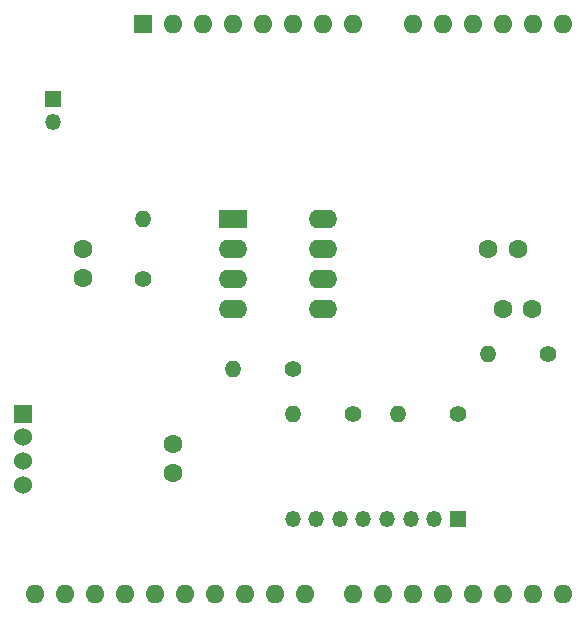
<source format=gbr>
G04 #@! TF.GenerationSoftware,KiCad,Pcbnew,(5.0.0)*
G04 #@! TF.CreationDate,2018-12-01T13:55:55+01:00*
G04 #@! TF.ProjectId,GazSensor-Rodier&Xu,47617A53656E736F722D526F64696572,1.0*
G04 #@! TF.SameCoordinates,Original*
G04 #@! TF.FileFunction,Copper,L2,Bot,Signal*
G04 #@! TF.FilePolarity,Positive*
%FSLAX46Y46*%
G04 Gerber Fmt 4.6, Leading zero omitted, Abs format (unit mm)*
G04 Created by KiCad (PCBNEW (5.0.0)) date 12/01/18 13:55:55*
%MOMM*%
%LPD*%
G01*
G04 APERTURE LIST*
G04 #@! TA.AperFunction,ComponentPad*
%ADD10O,1.600000X1.600000*%
G04 #@! TD*
G04 #@! TA.AperFunction,ComponentPad*
%ADD11R,1.600000X1.600000*%
G04 #@! TD*
G04 #@! TA.AperFunction,ComponentPad*
%ADD12C,1.600000*%
G04 #@! TD*
G04 #@! TA.AperFunction,ComponentPad*
%ADD13O,2.400000X1.600000*%
G04 #@! TD*
G04 #@! TA.AperFunction,ComponentPad*
%ADD14R,2.400000X1.600000*%
G04 #@! TD*
G04 #@! TA.AperFunction,ComponentPad*
%ADD15C,1.400000*%
G04 #@! TD*
G04 #@! TA.AperFunction,ComponentPad*
%ADD16O,1.400000X1.400000*%
G04 #@! TD*
G04 #@! TA.AperFunction,ComponentPad*
%ADD17R,1.524000X1.524000*%
G04 #@! TD*
G04 #@! TA.AperFunction,ComponentPad*
%ADD18C,1.524000*%
G04 #@! TD*
G04 #@! TA.AperFunction,ComponentPad*
%ADD19R,1.350000X1.350000*%
G04 #@! TD*
G04 #@! TA.AperFunction,ComponentPad*
%ADD20O,1.350000X1.350000*%
G04 #@! TD*
G04 APERTURE END LIST*
D10*
G04 #@! TO.P,A1,32*
G04 #@! TO.N,arduinoSCL*
X130560000Y-125730000D03*
G04 #@! TO.P,A1,31*
G04 #@! TO.N,arduinoSDA*
X133100000Y-125730000D03*
D11*
G04 #@! TO.P,A1,1*
G04 #@! TO.N,N/C*
X139700000Y-77470000D03*
D10*
G04 #@! TO.P,A1,17*
X170180000Y-125730000D03*
G04 #@! TO.P,A1,2*
X142240000Y-77470000D03*
G04 #@! TO.P,A1,18*
X167640000Y-125730000D03*
G04 #@! TO.P,A1,3*
X144780000Y-77470000D03*
G04 #@! TO.P,A1,19*
X165100000Y-125730000D03*
G04 #@! TO.P,A1,4*
G04 #@! TO.N,arduino3v*
X147320000Y-77470000D03*
G04 #@! TO.P,A1,20*
G04 #@! TO.N,N/C*
X162560000Y-125730000D03*
G04 #@! TO.P,A1,5*
G04 #@! TO.N,arduino5v*
X149860000Y-77470000D03*
G04 #@! TO.P,A1,21*
G04 #@! TO.N,N/C*
X160020000Y-125730000D03*
G04 #@! TO.P,A1,6*
X152400000Y-77470000D03*
G04 #@! TO.P,A1,22*
X157480000Y-125730000D03*
G04 #@! TO.P,A1,7*
X154940000Y-77470000D03*
G04 #@! TO.P,A1,23*
X153420000Y-125730000D03*
G04 #@! TO.P,A1,8*
X157480000Y-77470000D03*
G04 #@! TO.P,A1,24*
X150880000Y-125730000D03*
G04 #@! TO.P,A1,9*
X162560000Y-77470000D03*
G04 #@! TO.P,A1,25*
X148340000Y-125730000D03*
G04 #@! TO.P,A1,10*
X165100000Y-77470000D03*
G04 #@! TO.P,A1,26*
X145800000Y-125730000D03*
G04 #@! TO.P,A1,11*
X167640000Y-77470000D03*
G04 #@! TO.P,A1,27*
X143260000Y-125730000D03*
G04 #@! TO.P,A1,12*
X170180000Y-77470000D03*
G04 #@! TO.P,A1,28*
G04 #@! TO.N,arduino*
X140720000Y-125730000D03*
G04 #@! TO.P,A1,13*
G04 #@! TO.N,N/C*
X172720000Y-77470000D03*
G04 #@! TO.P,A1,29*
G04 #@! TO.N,arduinognd*
X138180000Y-125730000D03*
G04 #@! TO.P,A1,14*
G04 #@! TO.N,N/C*
X175260000Y-77470000D03*
G04 #@! TO.P,A1,30*
X135640000Y-125730000D03*
G04 #@! TO.P,A1,15*
G04 #@! TO.N,arduinoRx*
X175260000Y-125730000D03*
G04 #@! TO.P,A1,16*
G04 #@! TO.N,arduinoTx*
X172720000Y-125730000D03*
G04 #@! TD*
D12*
G04 #@! TO.P,C4,1*
G04 #@! TO.N,Net-(AOP1-Pad6)*
X170180000Y-101600000D03*
G04 #@! TO.P,C4,2*
G04 #@! TO.N,Net-(AOP1-Pad2)*
X172680000Y-101600000D03*
G04 #@! TD*
D13*
G04 #@! TO.P,AOP1,8*
G04 #@! TO.N,N/C*
X154940000Y-93980000D03*
G04 #@! TO.P,AOP1,4*
G04 #@! TO.N,arduinognd*
X147320000Y-101600000D03*
G04 #@! TO.P,AOP1,7*
G04 #@! TO.N,arduino5v*
X154940000Y-96520000D03*
G04 #@! TO.P,AOP1,3*
G04 #@! TO.N,Net-(AOP1-Pad3)*
X147320000Y-99060000D03*
G04 #@! TO.P,AOP1,6*
G04 #@! TO.N,Net-(AOP1-Pad6)*
X154940000Y-99060000D03*
G04 #@! TO.P,AOP1,2*
G04 #@! TO.N,Net-(AOP1-Pad2)*
X147320000Y-96520000D03*
G04 #@! TO.P,AOP1,5*
G04 #@! TO.N,N/C*
X154940000Y-101600000D03*
D14*
G04 #@! TO.P,AOP1,1*
X147320000Y-93980000D03*
G04 #@! TD*
D12*
G04 #@! TO.P,C1,1*
G04 #@! TO.N,Net-(AOP1-Pad3)*
X134620000Y-96520000D03*
G04 #@! TO.P,C1,2*
G04 #@! TO.N,arduinognd*
X134620000Y-99020000D03*
G04 #@! TD*
G04 #@! TO.P,C2,2*
G04 #@! TO.N,arduinognd*
X142240000Y-115530000D03*
G04 #@! TO.P,C2,1*
G04 #@! TO.N,arduino*
X142240000Y-113030000D03*
G04 #@! TD*
G04 #@! TO.P,C3,1*
G04 #@! TO.N,arduinognd*
X171450000Y-96520000D03*
G04 #@! TO.P,C3,2*
G04 #@! TO.N,arduino5v*
X168950000Y-96520000D03*
G04 #@! TD*
D15*
G04 #@! TO.P,R1,1*
G04 #@! TO.N,arduinognd*
X157480000Y-110490000D03*
D16*
G04 #@! TO.P,R1,2*
G04 #@! TO.N,Net-(AOP1-Pad3)*
X152400000Y-110490000D03*
G04 #@! TD*
G04 #@! TO.P,R3,2*
G04 #@! TO.N,Net-(AOP1-Pad6)*
X168910000Y-105410000D03*
D15*
G04 #@! TO.P,R3,1*
G04 #@! TO.N,Net-(AOP1-Pad2)*
X173990000Y-105410000D03*
G04 #@! TD*
G04 #@! TO.P,R5,1*
G04 #@! TO.N,Net-(AOP1-Pad3)*
X139700000Y-99060000D03*
D16*
G04 #@! TO.P,R5,2*
G04 #@! TO.N,Net-(J2-Pad2)*
X139700000Y-93980000D03*
G04 #@! TD*
D15*
G04 #@! TO.P,R6,1*
G04 #@! TO.N,Net-(AOP1-Pad6)*
X152400000Y-106680000D03*
D16*
G04 #@! TO.P,R6,2*
G04 #@! TO.N,arduino*
X147320000Y-106680000D03*
G04 #@! TD*
D15*
G04 #@! TO.P,Rcal1,1*
G04 #@! TO.N,Net-(AOP1-Pad2)*
X166370000Y-110490000D03*
D16*
G04 #@! TO.P,Rcal1,2*
G04 #@! TO.N,arduinognd*
X161290000Y-110490000D03*
G04 #@! TD*
D17*
G04 #@! TO.P,cGrove1,1*
G04 #@! TO.N,arduinognd*
X129540000Y-110490000D03*
D18*
G04 #@! TO.P,cGrove1,2*
G04 #@! TO.N,arduino3v*
X129540000Y-112490000D03*
G04 #@! TO.P,cGrove1,3*
G04 #@! TO.N,arduinoSDA*
X129540000Y-114490000D03*
G04 #@! TO.P,cGrove1,4*
G04 #@! TO.N,arduinoSCL*
X129540000Y-116490000D03*
G04 #@! TD*
D19*
G04 #@! TO.P,J1,1*
G04 #@! TO.N,arduinoTx*
X166370000Y-119380000D03*
D20*
G04 #@! TO.P,J1,2*
G04 #@! TO.N,arduinoRx*
X164370000Y-119380000D03*
G04 #@! TO.P,J1,3*
G04 #@! TO.N,N/C*
X162370000Y-119380000D03*
G04 #@! TO.P,J1,4*
X160370000Y-119380000D03*
G04 #@! TO.P,J1,5*
X158370000Y-119380000D03*
G04 #@! TO.P,J1,6*
G04 #@! TO.N,arduino3v*
X156370000Y-119380000D03*
G04 #@! TO.P,J1,7*
G04 #@! TO.N,N/C*
X154370000Y-119380000D03*
G04 #@! TO.P,J1,8*
G04 #@! TO.N,arduinognd*
X152370000Y-119380000D03*
G04 #@! TD*
D19*
G04 #@! TO.P,J2,1*
G04 #@! TO.N,arduino3v*
X132080000Y-83820000D03*
D20*
G04 #@! TO.P,J2,2*
G04 #@! TO.N,Net-(J2-Pad2)*
X132080000Y-85820000D03*
G04 #@! TD*
M02*

</source>
